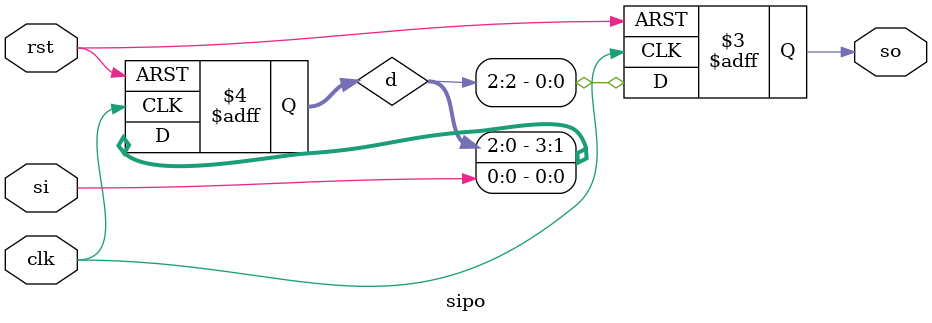
<source format=v>
module sipo(clk,rst,si,so);
    input clk,rst,si;
    output reg so;
    reg [3:0]d;
    always@(posedge(clk) or negedge(rst))
    begin
        if(!rst)
        begin
            {d[0],d[1],d[2],d[3]}=0;
        end
        else
        begin
            d[0]<=si;
            d[1]<=d[0];
            d[2]<=d[1];
            d[3]<=d[2];
         end
          so=d[3];
    end
   
endmodule


            
    
    

</source>
